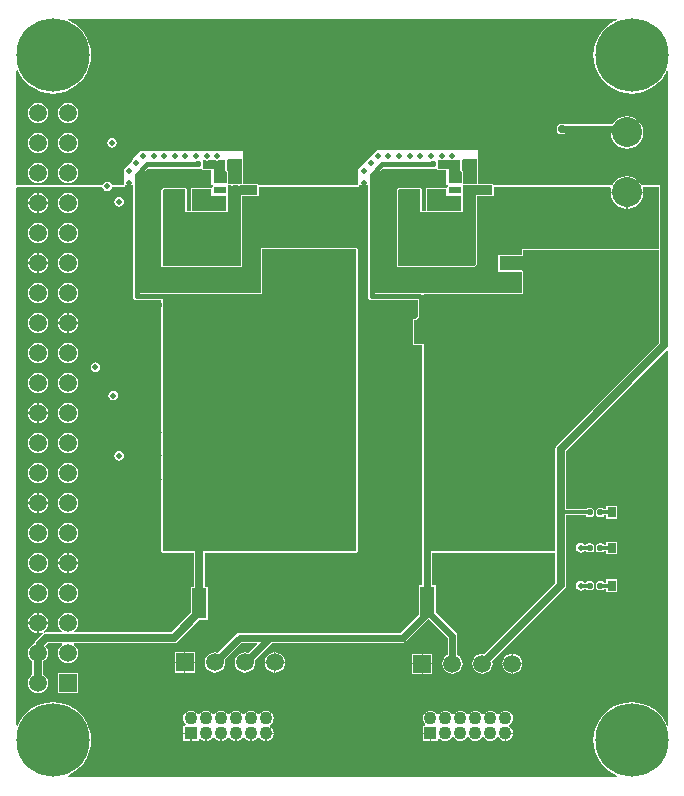
<source format=gtl>
G04*
G04 #@! TF.GenerationSoftware,Altium Limited,Altium Designer,20.0.9 (164)*
G04*
G04 Layer_Physical_Order=1*
G04 Layer_Color=255*
%FSLAX25Y25*%
%MOIN*%
G70*
G01*
G75*
%ADD15R,0.03937X0.02362*%
%ADD16R,0.09843X0.07480*%
%ADD17R,0.13780X0.07874*%
G04:AMPARAMS|DCode=18|XSize=25.2mil|YSize=23.62mil|CornerRadius=5.91mil|HoleSize=0mil|Usage=FLASHONLY|Rotation=90.000|XOffset=0mil|YOffset=0mil|HoleType=Round|Shape=RoundedRectangle|*
%AMROUNDEDRECTD18*
21,1,0.02520,0.01181,0,0,90.0*
21,1,0.01339,0.02362,0,0,90.0*
1,1,0.01181,0.00591,0.00669*
1,1,0.01181,0.00591,-0.00669*
1,1,0.01181,-0.00591,-0.00669*
1,1,0.01181,-0.00591,0.00669*
%
%ADD18ROUNDEDRECTD18*%
G04:AMPARAMS|DCode=19|XSize=20.47mil|YSize=22.05mil|CornerRadius=5.12mil|HoleSize=0mil|Usage=FLASHONLY|Rotation=180.000|XOffset=0mil|YOffset=0mil|HoleType=Round|Shape=RoundedRectangle|*
%AMROUNDEDRECTD19*
21,1,0.02047,0.01181,0,0,180.0*
21,1,0.01024,0.02205,0,0,180.0*
1,1,0.01024,-0.00512,0.00591*
1,1,0.01024,0.00512,0.00591*
1,1,0.01024,0.00512,-0.00591*
1,1,0.01024,-0.00512,-0.00591*
%
%ADD19ROUNDEDRECTD19*%
%ADD20R,0.02756X0.03347*%
%ADD21R,0.06693X0.04331*%
%ADD22R,0.04331X0.06693*%
%ADD23R,0.10433X0.04724*%
%ADD24R,0.04724X0.10433*%
%ADD44C,0.01181*%
%ADD45C,0.02756*%
%ADD46C,0.02362*%
%ADD47C,0.01968*%
%ADD48C,0.01575*%
%ADD49R,0.04331X0.04331*%
%ADD50C,0.04331*%
%ADD51C,0.10000*%
%ADD52C,0.05906*%
%ADD53R,0.05906X0.05906*%
%ADD54R,0.05906X0.05906*%
%ADD55C,0.01968*%
%ADD56C,0.03937*%
%ADD57C,0.24410*%
G36*
X430098Y466429D02*
X429254Y466079D01*
X427549Y465034D01*
X426028Y463736D01*
X424729Y462215D01*
X423684Y460510D01*
X422919Y458663D01*
X422452Y456718D01*
X422295Y454724D01*
X422452Y452731D01*
X422919Y450786D01*
X423684Y448939D01*
X424729Y447234D01*
X426028Y445713D01*
X427549Y444414D01*
X429254Y443369D01*
X431101Y442604D01*
X433046Y442137D01*
X435039Y441980D01*
X437033Y442137D01*
X438977Y442604D01*
X440825Y443369D01*
X442530Y444414D01*
X444051Y445713D01*
X445350Y447234D01*
X446394Y448939D01*
X446744Y449783D01*
X447244Y449684D01*
Y411417D01*
X438331D01*
X438181Y411778D01*
X437316Y412907D01*
X436188Y413772D01*
X434874Y414316D01*
X433465Y414502D01*
X432055Y414316D01*
X430741Y413772D01*
X429613Y412907D01*
X428748Y411778D01*
X428598Y411417D01*
X389016D01*
X388889Y411724D01*
X388583Y411850D01*
X383897D01*
Y420079D01*
X383858Y420174D01*
Y423228D01*
X350006Y423228D01*
X343707Y416929D01*
X343707Y411417D01*
X310669Y411417D01*
X310542Y411724D01*
X310236Y411850D01*
X305551D01*
Y412498D01*
X305639Y412942D01*
X305551Y413386D01*
Y418404D01*
X305639Y418848D01*
X305551Y419292D01*
Y420079D01*
X305512Y420174D01*
Y422835D01*
X271181Y422835D01*
X268797Y420084D01*
X268646Y419983D01*
X268433Y419663D01*
X266373Y417286D01*
X266284Y417227D01*
X266159Y417040D01*
X265748Y416566D01*
Y411417D01*
X261764D01*
X261720Y411638D01*
X261372Y412159D01*
X260851Y412507D01*
X260236Y412629D01*
X259622Y412507D01*
X259101Y412159D01*
X258753Y411638D01*
X258709Y411417D01*
X229921Y411417D01*
Y449684D01*
X230421Y449783D01*
X230771Y448939D01*
X231816Y447234D01*
X233115Y445713D01*
X234635Y444414D01*
X236340Y443369D01*
X238188Y442604D01*
X240132Y442137D01*
X242126Y441980D01*
X244120Y442137D01*
X246064Y442604D01*
X247912Y443369D01*
X249617Y444414D01*
X251137Y445713D01*
X252436Y447234D01*
X253481Y448939D01*
X254246Y450786D01*
X254713Y452731D01*
X254870Y454724D01*
X254713Y456718D01*
X254246Y458663D01*
X253481Y460510D01*
X252436Y462215D01*
X251137Y463736D01*
X249617Y465034D01*
X247912Y466079D01*
X247067Y466429D01*
X247167Y466929D01*
X429998D01*
X430098Y466429D01*
D02*
G37*
G36*
X377953Y416142D02*
X378316D01*
X378346Y415987D01*
Y413147D01*
X378316Y412992D01*
X378346Y412837D01*
Y412205D01*
X374016D01*
Y416929D01*
X371809D01*
X371654Y416960D01*
X371498Y416929D01*
X370472D01*
Y419685D01*
X371498D01*
X371654Y419654D01*
X371809Y419685D01*
X375042D01*
X375197Y419654D01*
X375352Y419685D01*
X377953D01*
Y416142D01*
D02*
G37*
G36*
X299606Y416142D02*
X299969D01*
X300000Y415987D01*
Y412205D01*
X295669D01*
Y416929D01*
X292126D01*
Y419685D01*
X292998D01*
X293404Y419604D01*
X293809Y419685D01*
X296542D01*
X296947Y419604D01*
X297353Y419685D01*
X299606D01*
Y416142D01*
D02*
G37*
G36*
X305118Y411850D02*
X304439D01*
X304398Y411833D01*
X304355Y411842D01*
X304034Y411778D01*
X303713Y411842D01*
X303669Y411833D01*
X303628Y411850D01*
X302077D01*
X302036Y411833D01*
X301992Y411842D01*
X301672Y411778D01*
X301351Y411842D01*
X301307Y411833D01*
X301266Y411850D01*
X300827D01*
X300433Y412205D01*
Y415987D01*
X300416Y416028D01*
X300425Y416071D01*
X300394Y416226D01*
X300324Y416331D01*
X300275Y416448D01*
X300234Y416465D01*
X300210Y416502D01*
X300086Y416526D01*
X300039Y416546D01*
Y419685D01*
X300417Y420079D01*
X305118D01*
Y411850D01*
D02*
G37*
G36*
X383465Y411850D02*
X382438D01*
X382398Y411833D01*
X382354Y411842D01*
X382283Y411828D01*
X382213Y411842D01*
X382169Y411833D01*
X382128Y411850D01*
X380076D01*
X380035Y411833D01*
X379992Y411842D01*
X379921Y411828D01*
X379851Y411842D01*
X379807Y411833D01*
X379766Y411850D01*
X379174D01*
X378779Y412205D01*
Y412837D01*
X378762Y412878D01*
X378771Y412921D01*
X378757Y412992D01*
X378771Y413063D01*
X378762Y413106D01*
X378779Y413147D01*
Y415987D01*
X378762Y416028D01*
X378771Y416071D01*
X378740Y416226D01*
X378670Y416331D01*
X378622Y416448D01*
X378581Y416465D01*
X378556Y416502D01*
X378432Y416526D01*
X378386Y416546D01*
Y419685D01*
X378764Y420079D01*
X383465D01*
Y411850D01*
D02*
G37*
G36*
X388583Y409604D02*
X388552Y409449D01*
X388583Y409294D01*
Y408268D01*
X383071D01*
Y401336D01*
X383040Y401181D01*
X383071Y401026D01*
Y397793D01*
X383040Y397638D01*
X383071Y397483D01*
Y394250D01*
X383040Y394094D01*
X383071Y393939D01*
Y390706D01*
X383040Y390551D01*
X383071Y390396D01*
Y387163D01*
X383040Y387008D01*
X383071Y386853D01*
Y385042D01*
X382677Y384677D01*
X382522Y384646D01*
X379289D01*
X379134Y384677D01*
X378979Y384646D01*
X375746D01*
X375591Y384677D01*
X375435Y384646D01*
X372202D01*
X372047Y384677D01*
X371892Y384646D01*
X368659D01*
X368504Y384677D01*
X368349Y384646D01*
X365116D01*
X364961Y384677D01*
X364806Y384646D01*
X361572D01*
X361417Y384677D01*
X361262Y384646D01*
X358029D01*
X357874Y384677D01*
X357719Y384646D01*
X357087D01*
Y409840D01*
X357480Y410205D01*
X357635Y410236D01*
X360869D01*
X361024Y410205D01*
X361179Y410236D01*
X364412D01*
X364567Y410205D01*
Y402362D01*
X378740D01*
Y411417D01*
X379766D01*
X379921Y411386D01*
X380076Y411417D01*
X382128D01*
X382283Y411386D01*
X382438Y411417D01*
X388583D01*
Y409604D01*
D02*
G37*
G36*
X310236Y409321D02*
X310205Y409166D01*
X310236Y409011D01*
Y408268D01*
X304724D01*
Y384646D01*
X278740D01*
Y409743D01*
X279231Y410156D01*
X279636Y410236D01*
X282368D01*
X282774Y410156D01*
X283179Y410236D01*
X285912D01*
X286221Y410175D01*
Y402362D01*
X300394D01*
Y411417D01*
X301266D01*
X301672Y411337D01*
X302077Y411417D01*
X303628D01*
X304034Y411337D01*
X304439Y411417D01*
X310236D01*
Y409321D01*
D02*
G37*
G36*
X294882Y407874D02*
X299961D01*
Y402795D01*
X288583D01*
Y410236D01*
X289455D01*
X289861Y410156D01*
X290266Y410236D01*
X293152D01*
X293307Y410205D01*
X293462Y410236D01*
X294882D01*
Y407874D01*
D02*
G37*
G36*
X373228Y407874D02*
X378307D01*
Y402795D01*
X366929D01*
Y410236D01*
X367955D01*
X368110Y410205D01*
X368265Y410236D01*
X371498D01*
X371654Y410205D01*
X371809Y410236D01*
X373228D01*
Y407874D01*
D02*
G37*
G36*
X370166Y416623D02*
X370472Y416496D01*
X371498D01*
X371539Y416513D01*
X371583Y416504D01*
X371654Y416518D01*
X371724Y416504D01*
X371768Y416513D01*
X371809Y416496D01*
X373228D01*
Y411417D01*
X373813D01*
Y410918D01*
X373313Y410634D01*
X373228Y410669D01*
X371809D01*
X371768Y410652D01*
X371724Y410661D01*
X371654Y410647D01*
X371583Y410661D01*
X371539Y410652D01*
X371498Y410669D01*
X368265D01*
X368224Y410652D01*
X368181Y410661D01*
X368110Y410647D01*
X368040Y410661D01*
X367996Y410652D01*
X367955Y410669D01*
X366929D01*
X366834Y410630D01*
X366834Y410630D01*
X366623Y410542D01*
X366496Y410236D01*
Y402795D01*
X365000D01*
Y410205D01*
X364952Y410322D01*
X364927Y410446D01*
X364890Y410470D01*
X364873Y410511D01*
X364756Y410560D01*
X364651Y410630D01*
X364496Y410661D01*
X364453Y410652D01*
X364412Y410669D01*
X361179D01*
X361138Y410652D01*
X361094Y410661D01*
X361024Y410647D01*
X360953Y410661D01*
X360910Y410652D01*
X360869Y410669D01*
X357635D01*
X357594Y410652D01*
X357551Y410661D01*
X357396Y410630D01*
X357297Y410564D01*
X357186Y410523D01*
X356857Y410218D01*
X356792Y410157D01*
X356788Y410149D01*
X356781Y410146D01*
X356720Y410000D01*
X356654Y409856D01*
X356657Y409848D01*
X356654Y409840D01*
Y409840D01*
Y390551D01*
Y384646D01*
X356781Y384339D01*
X357087Y384213D01*
X357719D01*
X357760Y384230D01*
X357803Y384221D01*
X357874Y384235D01*
X357945Y384221D01*
X357988Y384230D01*
X358029Y384213D01*
X361262D01*
X361303Y384230D01*
X361347Y384221D01*
X361417Y384235D01*
X361488Y384221D01*
X361531Y384230D01*
X361572Y384213D01*
X364806D01*
X364846Y384230D01*
X364890Y384221D01*
X364961Y384235D01*
X365031Y384221D01*
X365075Y384230D01*
X365116Y384213D01*
X368349D01*
X368390Y384230D01*
X368433Y384221D01*
X368504Y384235D01*
X368575Y384221D01*
X368618Y384230D01*
X368659Y384213D01*
X371892D01*
X371933Y384230D01*
X371977Y384221D01*
X372047Y384235D01*
X372118Y384221D01*
X372161Y384230D01*
X372202Y384213D01*
X375435D01*
X375476Y384230D01*
X375520Y384221D01*
X375591Y384235D01*
X375661Y384221D01*
X375705Y384230D01*
X375746Y384213D01*
X378979D01*
X379020Y384230D01*
X379063Y384221D01*
X379134Y384235D01*
X379205Y384221D01*
X379248Y384230D01*
X379289Y384213D01*
X382522D01*
X382563Y384230D01*
X382607Y384221D01*
X382762Y384252D01*
X382860Y384318D01*
X382972Y384359D01*
X383365Y384724D01*
X383369Y384732D01*
X383377Y384736D01*
X383438Y384882D01*
X383504Y385026D01*
X383501Y385034D01*
X383504Y385042D01*
Y386853D01*
X383487Y386894D01*
X383495Y386937D01*
X383482Y387008D01*
X383495Y387078D01*
X383487Y387122D01*
X383504Y387163D01*
Y390396D01*
X383487Y390437D01*
X383495Y390481D01*
X383482Y390551D01*
X383495Y390622D01*
X383487Y390665D01*
X383504Y390706D01*
Y393939D01*
X383487Y393980D01*
X383495Y394024D01*
X383482Y394094D01*
X383495Y394165D01*
X383487Y394209D01*
X383504Y394250D01*
Y397483D01*
X383487Y397524D01*
X383495Y397567D01*
X383482Y397638D01*
X383495Y397708D01*
X383487Y397752D01*
X383504Y397793D01*
Y401026D01*
X383487Y401067D01*
X383495Y401111D01*
X383482Y401181D01*
X383495Y401252D01*
X383487Y401295D01*
X383504Y401336D01*
Y407835D01*
X388583D01*
X388889Y407962D01*
X389016Y408268D01*
Y409294D01*
X388999Y409335D01*
X389007Y409378D01*
X388993Y409449D01*
X389007Y409519D01*
X388999Y409563D01*
X389016Y409604D01*
Y410630D01*
Y410984D01*
X427969D01*
X428247Y410569D01*
X428204Y410465D01*
X428044Y409255D01*
X433465D01*
X438885D01*
X438726Y410465D01*
X438683Y410569D01*
X438960Y410984D01*
X444071D01*
Y410630D01*
Y390551D01*
Y390197D01*
X398858Y390197D01*
X398552Y390070D01*
X398425Y389764D01*
Y388195D01*
X390446D01*
Y382671D01*
X398425D01*
Y375590D01*
X365748D01*
X365442Y375464D01*
X365425Y375423D01*
X364855D01*
X364698Y375528D01*
X364235Y375620D01*
X364235Y375620D01*
X349636D01*
Y390551D01*
Y410236D01*
Y414459D01*
X351909Y416732D01*
X370121D01*
X370166Y416623D01*
D02*
G37*
G36*
X343307Y289370D02*
X278740D01*
Y297483D01*
X278771Y297638D01*
X278740Y297793D01*
Y305357D01*
X278771Y305512D01*
X278740Y305667D01*
Y313231D01*
X278771Y313386D01*
X278740Y313541D01*
Y321105D01*
X278771Y321260D01*
X278740Y321415D01*
Y328979D01*
X278771Y329134D01*
X278740Y329289D01*
Y352601D01*
X278771Y352756D01*
X278740Y352911D01*
Y360475D01*
X278771Y360630D01*
X278740Y360785D01*
Y370981D01*
X278746Y370989D01*
X278868Y371604D01*
X278746Y372218D01*
X278740Y372226D01*
Y375187D01*
X285846D01*
X285953Y375166D01*
X285996Y375175D01*
X286037Y375158D01*
X311417D01*
X311723Y375284D01*
X311850Y375590D01*
Y379428D01*
X311939Y379872D01*
X311850Y380315D01*
Y382971D01*
X311939Y383415D01*
X311850Y383859D01*
Y386514D01*
X311939Y386958D01*
X311850Y387402D01*
Y390057D01*
X311862Y390118D01*
X343307D01*
X343307Y289370D01*
D02*
G37*
G36*
X444071Y389764D02*
Y358840D01*
X410136Y324904D01*
X409742Y324316D01*
X409605Y323622D01*
Y302756D01*
Y289370D01*
X365748Y289370D01*
X365748Y365921D01*
X362791D01*
X365291Y368421D01*
X365748D01*
Y375158D01*
X398425D01*
X398731Y375284D01*
X398858Y375590D01*
Y382671D01*
X398731Y382977D01*
X398425Y383104D01*
X398425D01*
Y387762D01*
X398425D01*
X398731Y387889D01*
X398858Y388195D01*
Y389764D01*
X444071Y389764D01*
D02*
G37*
G36*
X291820Y416623D02*
X292126Y416496D01*
X294882D01*
Y411417D01*
X295466D01*
Y410918D01*
X294966Y410634D01*
X294882Y410669D01*
X293462D01*
X293421Y410652D01*
X293378Y410661D01*
X293307Y410647D01*
X293236Y410661D01*
X293193Y410652D01*
X293152Y410669D01*
X290266D01*
X290225Y410652D01*
X290181Y410661D01*
X290026Y410630D01*
X289861Y410597D01*
X289695Y410630D01*
X289540Y410661D01*
X289496Y410652D01*
X289455Y410669D01*
X288583D01*
X288542Y410652D01*
X288488Y410630D01*
X288277Y410542D01*
X288150Y410236D01*
Y402795D01*
X286653D01*
Y410175D01*
X286605Y410291D01*
X286580Y410415D01*
X286544Y410440D01*
X286527Y410481D01*
X286410Y410529D01*
X286305Y410600D01*
X285996Y410661D01*
X285953Y410652D01*
X285912Y410669D01*
X283179D01*
X283138Y410652D01*
X283095Y410661D01*
X282939Y410630D01*
X282774Y410597D01*
X282609Y410630D01*
X282453Y410661D01*
X282410Y410652D01*
X282368Y410669D01*
X279636D01*
X279595Y410652D01*
X279552Y410661D01*
X279146Y410580D01*
X279056Y410520D01*
X278952Y410487D01*
X278740Y410309D01*
X278462Y410075D01*
X278452Y410057D01*
X278434Y410049D01*
X278377Y409912D01*
X278309Y409781D01*
X278315Y409762D01*
X278307Y409743D01*
Y384646D01*
X278434Y384339D01*
X278740Y384213D01*
X304724D01*
X305030Y384339D01*
X305157Y384646D01*
Y407835D01*
X310236D01*
X310542Y407962D01*
X310669Y408268D01*
Y409011D01*
X310652Y409052D01*
X310661Y409096D01*
X310647Y409166D01*
X310661Y409237D01*
X310652Y409280D01*
X310669Y409321D01*
Y410236D01*
Y410984D01*
X343707Y410984D01*
X344013Y411111D01*
X344140Y411417D01*
Y411417D01*
X347215D01*
Y410236D01*
Y390551D01*
Y374409D01*
X347307Y373946D01*
X347569Y373553D01*
X347962Y373291D01*
X348425Y373199D01*
X363812D01*
X363968Y373094D01*
X363970Y373094D01*
Y367712D01*
X363016Y366758D01*
X362002D01*
Y358084D01*
X365315D01*
X365315Y289370D01*
X365317Y289365D01*
Y278058D01*
X364167D01*
Y268415D01*
X357994Y262242D01*
X304331D01*
X303714Y262119D01*
X303191Y261770D01*
X297017Y255596D01*
X296938Y255629D01*
X296063Y255744D01*
X295188Y255629D01*
X294372Y255291D01*
X293672Y254753D01*
X293134Y254053D01*
X292796Y253237D01*
X292681Y252362D01*
X292796Y251487D01*
X293134Y250671D01*
X293672Y249971D01*
X294372Y249434D01*
X295188Y249096D01*
X296063Y248980D01*
X296938Y249096D01*
X297754Y249434D01*
X298454Y249971D01*
X298992Y250671D01*
X299329Y251487D01*
X299445Y252362D01*
X299329Y253237D01*
X299297Y253316D01*
X304998Y259018D01*
X310022D01*
X310213Y258556D01*
X307184Y255527D01*
X306938Y255629D01*
X306063Y255744D01*
X305188Y255629D01*
X304372Y255291D01*
X303672Y254753D01*
X303134Y254053D01*
X302797Y253237D01*
X302681Y252362D01*
X302797Y251487D01*
X303134Y250671D01*
X303672Y249971D01*
X304372Y249434D01*
X305188Y249096D01*
X306063Y248980D01*
X306938Y249096D01*
X307754Y249434D01*
X308454Y249971D01*
X308992Y250671D01*
X309329Y251487D01*
X309445Y252362D01*
X309344Y253127D01*
X315235Y259018D01*
X358661D01*
X359278Y259140D01*
X359801Y259490D01*
X367136Y266824D01*
X367411D01*
X373663Y260572D01*
Y254930D01*
X373585Y254897D01*
X372884Y254360D01*
X372347Y253659D01*
X372009Y252844D01*
X371894Y251969D01*
X372009Y251093D01*
X372347Y250278D01*
X372884Y249577D01*
X373585Y249040D01*
X374400Y248702D01*
X375276Y248587D01*
X376151Y248702D01*
X376966Y249040D01*
X377667Y249577D01*
X378204Y250278D01*
X378542Y251093D01*
X378657Y251969D01*
X378542Y252844D01*
X378204Y253659D01*
X377667Y254360D01*
X376966Y254897D01*
X376888Y254930D01*
Y261240D01*
X376765Y261857D01*
X376415Y262380D01*
X369691Y269104D01*
Y278058D01*
X368541D01*
Y288937D01*
X409605Y288937D01*
Y278861D01*
X385999Y255255D01*
X385276Y255350D01*
X384400Y255235D01*
X383585Y254897D01*
X382884Y254360D01*
X382347Y253659D01*
X382009Y252844D01*
X381894Y251969D01*
X382009Y251093D01*
X382347Y250278D01*
X382884Y249577D01*
X383585Y249040D01*
X384400Y248702D01*
X385276Y248587D01*
X386151Y248702D01*
X386966Y249040D01*
X387667Y249577D01*
X388204Y250278D01*
X388542Y251093D01*
X388657Y251969D01*
X388562Y252691D01*
X412699Y276828D01*
X413092Y277416D01*
X413230Y278110D01*
Y301352D01*
X419774D01*
X419933Y301114D01*
X420235Y300913D01*
X420591Y300842D01*
X421614D01*
X421970Y300913D01*
X422272Y301114D01*
X422473Y301416D01*
X422544Y301772D01*
Y302953D01*
X422473Y303309D01*
X422272Y303610D01*
X421970Y303812D01*
X421614Y303882D01*
X420591D01*
X420235Y303812D01*
X419933Y303610D01*
X419774Y303372D01*
X413230D01*
Y322871D01*
X446744Y356385D01*
X447244Y356178D01*
Y231419D01*
X446744Y231319D01*
X446394Y232164D01*
X445350Y233869D01*
X444051Y235389D01*
X442530Y236688D01*
X440825Y237733D01*
X438977Y238498D01*
X437033Y238965D01*
X435039Y239122D01*
X433046Y238965D01*
X431101Y238498D01*
X429254Y237733D01*
X427549Y236688D01*
X426028Y235389D01*
X424729Y233869D01*
X423684Y232164D01*
X422919Y230316D01*
X422452Y228372D01*
X422295Y226378D01*
X422452Y224384D01*
X422919Y222440D01*
X423684Y220592D01*
X424729Y218887D01*
X426028Y217367D01*
X427549Y216068D01*
X429254Y215023D01*
X430098Y214673D01*
X429998Y214173D01*
X247167D01*
X247067Y214673D01*
X247912Y215023D01*
X249617Y216068D01*
X251137Y217367D01*
X252436Y218887D01*
X253481Y220592D01*
X254246Y222440D01*
X254713Y224384D01*
X254870Y226378D01*
X254713Y228372D01*
X254246Y230316D01*
X253481Y232164D01*
X252436Y233869D01*
X251137Y235389D01*
X249617Y236688D01*
X247912Y237733D01*
X246064Y238498D01*
X244120Y238965D01*
X242126Y239122D01*
X240132Y238965D01*
X238188Y238498D01*
X236340Y237733D01*
X234635Y236688D01*
X233115Y235389D01*
X231816Y233869D01*
X230771Y232164D01*
X230421Y231319D01*
X229921Y231419D01*
Y410484D01*
X230421Y410984D01*
X258638Y410984D01*
X258753Y410409D01*
X259101Y409888D01*
X259622Y409540D01*
X260236Y409418D01*
X260851Y409540D01*
X261372Y409888D01*
X261720Y410409D01*
X261834Y410984D01*
X265748D01*
X266054Y411111D01*
X266181Y411417D01*
X268868D01*
Y374410D01*
X268960Y373946D01*
X269223Y373553D01*
X269615Y373291D01*
X270079Y373199D01*
X278307D01*
Y372226D01*
X278329Y372174D01*
X278321Y372134D01*
X278426Y371604D01*
X278321Y371074D01*
X278329Y371034D01*
X278307Y370981D01*
Y360785D01*
X278324Y360744D01*
X278315Y360701D01*
X278330Y360630D01*
X278315Y360559D01*
X278324Y360516D01*
X278307Y360475D01*
Y352911D01*
X278324Y352870D01*
X278315Y352826D01*
X278330Y352756D01*
X278315Y352685D01*
X278324Y352642D01*
X278307Y352601D01*
Y329289D01*
X278324Y329248D01*
X278315Y329205D01*
X278330Y329134D01*
X278315Y329063D01*
X278324Y329020D01*
X278307Y328979D01*
Y321415D01*
X278324Y321374D01*
X278315Y321330D01*
X278330Y321260D01*
X278315Y321189D01*
X278324Y321146D01*
X278307Y321105D01*
Y313541D01*
X278324Y313500D01*
X278315Y313457D01*
X278330Y313386D01*
X278315Y313315D01*
X278324Y313272D01*
X278307Y313231D01*
Y305667D01*
X278324Y305626D01*
X278315Y305582D01*
X278330Y305512D01*
X278315Y305441D01*
X278324Y305398D01*
X278307Y305357D01*
Y297793D01*
X278324Y297752D01*
X278315Y297708D01*
X278330Y297638D01*
X278315Y297567D01*
X278324Y297524D01*
X278307Y297483D01*
Y289370D01*
X278434Y289064D01*
X278740Y288937D01*
X289132D01*
Y277664D01*
X288183D01*
Y268994D01*
X281631Y262443D01*
X249404D01*
X249234Y262943D01*
X249517Y263160D01*
X250055Y263860D01*
X250392Y264676D01*
X250508Y265551D01*
X250392Y266426D01*
X250055Y267242D01*
X249517Y267942D01*
X248817Y268480D01*
X248001Y268818D01*
X247126Y268933D01*
X246251Y268818D01*
X245435Y268480D01*
X244735Y267942D01*
X244197Y267242D01*
X243860Y266426D01*
X243744Y265551D01*
X243860Y264676D01*
X244197Y263860D01*
X244735Y263160D01*
X245018Y262943D01*
X244848Y262443D01*
X239786D01*
X239270Y262340D01*
X239058Y262808D01*
X239517Y263160D01*
X240055Y263860D01*
X240392Y264676D01*
X240481Y265351D01*
X237326D01*
Y262196D01*
X238001Y262285D01*
X238426Y262461D01*
X238663Y262017D01*
X238504Y261912D01*
X236447Y259854D01*
X236054Y259266D01*
X235939Y258688D01*
X235435Y258480D01*
X234735Y257942D01*
X234197Y257242D01*
X233859Y256426D01*
X233744Y255551D01*
X233859Y254676D01*
X234197Y253860D01*
X234735Y253160D01*
X235313Y252716D01*
Y248386D01*
X234735Y247942D01*
X234197Y247242D01*
X233859Y246426D01*
X233744Y245551D01*
X233859Y244676D01*
X234197Y243860D01*
X234735Y243160D01*
X235435Y242623D01*
X236251Y242285D01*
X237126Y242169D01*
X238001Y242285D01*
X238817Y242623D01*
X239517Y243160D01*
X240055Y243860D01*
X240392Y244676D01*
X240508Y245551D01*
X240392Y246426D01*
X240055Y247242D01*
X239517Y247942D01*
X238939Y248386D01*
Y252716D01*
X239517Y253160D01*
X240055Y253860D01*
X240392Y254676D01*
X240508Y255551D01*
X240392Y256426D01*
X240055Y257242D01*
X239580Y257860D01*
X240537Y258817D01*
X245053D01*
X245223Y258317D01*
X244735Y257942D01*
X244197Y257242D01*
X243860Y256426D01*
X243744Y255551D01*
X243860Y254676D01*
X244197Y253860D01*
X244735Y253160D01*
X245435Y252623D01*
X246251Y252285D01*
X247126Y252169D01*
X248001Y252285D01*
X248817Y252623D01*
X249517Y253160D01*
X250055Y253860D01*
X250392Y254676D01*
X250508Y255551D01*
X250392Y256426D01*
X250055Y257242D01*
X249517Y257942D01*
X249029Y258317D01*
X249199Y258817D01*
X282382D01*
X283076Y258955D01*
X283664Y259348D01*
X290746Y266431D01*
X293707D01*
Y277664D01*
X292758D01*
Y288937D01*
X343307D01*
X343613Y289064D01*
X343740Y289370D01*
X343740Y390118D01*
X343613Y390424D01*
X343307Y390551D01*
X311862D01*
X311746Y390503D01*
X311622Y390478D01*
X311622Y390478D01*
X311597Y390441D01*
X311556Y390424D01*
X311508Y390308D01*
X311438Y390203D01*
X311426Y390142D01*
X311426Y390142D01*
X311430Y390120D01*
X311429Y390118D01*
X311431Y390114D01*
X311434Y390098D01*
X311417Y390057D01*
Y387402D01*
X311434Y387361D01*
X311426Y387318D01*
X311497Y386958D01*
X311426Y386599D01*
X311434Y386555D01*
X311417Y386514D01*
Y383859D01*
X311434Y383818D01*
X311426Y383774D01*
X311497Y383415D01*
X311426Y383055D01*
X311434Y383012D01*
X311417Y382971D01*
Y380315D01*
X311434Y380275D01*
X311426Y380231D01*
X311497Y379872D01*
X311426Y379512D01*
X311434Y379468D01*
X311417Y379428D01*
Y375590D01*
X286037D01*
X285889Y375620D01*
X285889Y375620D01*
X271289D01*
Y414459D01*
X273563Y416732D01*
X291775D01*
X291820Y416623D01*
D02*
G37*
%LPC*%
G36*
X247126Y438933D02*
X246251Y438818D01*
X245435Y438480D01*
X244735Y437942D01*
X244197Y437242D01*
X243860Y436426D01*
X243744Y435551D01*
X243860Y434676D01*
X244197Y433860D01*
X244735Y433160D01*
X245435Y432623D01*
X246251Y432285D01*
X247126Y432169D01*
X248001Y432285D01*
X248817Y432623D01*
X249517Y433160D01*
X250055Y433860D01*
X250392Y434676D01*
X250508Y435551D01*
X250392Y436426D01*
X250055Y437242D01*
X249517Y437942D01*
X248817Y438480D01*
X248001Y438818D01*
X247126Y438933D01*
D02*
G37*
G36*
X237126D02*
X236251Y438818D01*
X235435Y438480D01*
X234735Y437942D01*
X234197Y437242D01*
X233859Y436426D01*
X233744Y435551D01*
X233859Y434676D01*
X234197Y433860D01*
X234735Y433160D01*
X235435Y432623D01*
X236251Y432285D01*
X237126Y432169D01*
X238001Y432285D01*
X238817Y432623D01*
X239517Y433160D01*
X240055Y433860D01*
X240392Y434676D01*
X240508Y435551D01*
X240392Y436426D01*
X240055Y437242D01*
X239517Y437942D01*
X238817Y438480D01*
X238001Y438818D01*
X237126Y438933D01*
D02*
G37*
G36*
X433465Y434502D02*
X432055Y434316D01*
X430741Y433772D01*
X429613Y432906D01*
X428862Y431927D01*
X411811D01*
X411772Y431919D01*
X411732Y431927D01*
X411674Y431916D01*
X411221D01*
X410834Y431839D01*
X410506Y431620D01*
X410287Y431292D01*
X410211Y430905D01*
Y430769D01*
X410120Y430315D01*
X410211Y429861D01*
Y429567D01*
X410287Y429180D01*
X410506Y428853D01*
X410834Y428634D01*
X411221Y428557D01*
X412402D01*
X412788Y428634D01*
X412891Y428703D01*
X428064D01*
X428204Y427645D01*
X428748Y426332D01*
X429613Y425204D01*
X430741Y424338D01*
X432055Y423794D01*
X433465Y423608D01*
X434874Y423794D01*
X436188Y424338D01*
X437316Y425204D01*
X438181Y426332D01*
X438726Y427645D01*
X438911Y429055D01*
X438726Y430465D01*
X438181Y431778D01*
X437316Y432906D01*
X436188Y433772D01*
X434874Y434316D01*
X433465Y434502D01*
D02*
G37*
G36*
X261811Y427196D02*
X261197Y427074D01*
X260676Y426726D01*
X260328Y426205D01*
X260205Y425591D01*
X260328Y424976D01*
X260676Y424455D01*
X261197Y424107D01*
X261811Y423985D01*
X262425Y424107D01*
X262946Y424455D01*
X263295Y424976D01*
X263417Y425591D01*
X263295Y426205D01*
X262946Y426726D01*
X262425Y427074D01*
X261811Y427196D01*
D02*
G37*
G36*
X247126Y428933D02*
X246251Y428818D01*
X245435Y428480D01*
X244735Y427942D01*
X244197Y427242D01*
X243860Y426426D01*
X243744Y425551D01*
X243860Y424676D01*
X244197Y423860D01*
X244735Y423160D01*
X245435Y422623D01*
X246251Y422285D01*
X247126Y422169D01*
X248001Y422285D01*
X248817Y422623D01*
X249517Y423160D01*
X250055Y423860D01*
X250392Y424676D01*
X250508Y425551D01*
X250392Y426426D01*
X250055Y427242D01*
X249517Y427942D01*
X248817Y428480D01*
X248001Y428818D01*
X247126Y428933D01*
D02*
G37*
G36*
X237126D02*
X236251Y428818D01*
X235435Y428480D01*
X234735Y427942D01*
X234197Y427242D01*
X233859Y426426D01*
X233744Y425551D01*
X233859Y424676D01*
X234197Y423860D01*
X234735Y423160D01*
X235435Y422623D01*
X236251Y422285D01*
X237126Y422169D01*
X238001Y422285D01*
X238817Y422623D01*
X239517Y423160D01*
X240055Y423860D01*
X240392Y424676D01*
X240508Y425551D01*
X240392Y426426D01*
X240055Y427242D01*
X239517Y427942D01*
X238817Y428480D01*
X238001Y428818D01*
X237126Y428933D01*
D02*
G37*
G36*
X247126Y418933D02*
X246251Y418818D01*
X245435Y418480D01*
X244735Y417942D01*
X244197Y417242D01*
X243860Y416426D01*
X243744Y415551D01*
X243860Y414676D01*
X244197Y413860D01*
X244735Y413160D01*
X245435Y412623D01*
X246251Y412285D01*
X247126Y412170D01*
X248001Y412285D01*
X248817Y412623D01*
X249517Y413160D01*
X250055Y413860D01*
X250392Y414676D01*
X250508Y415551D01*
X250392Y416426D01*
X250055Y417242D01*
X249517Y417942D01*
X248817Y418480D01*
X248001Y418818D01*
X247126Y418933D01*
D02*
G37*
G36*
X237126D02*
X236251Y418818D01*
X235435Y418480D01*
X234735Y417942D01*
X234197Y417242D01*
X233859Y416426D01*
X233744Y415551D01*
X233859Y414676D01*
X234197Y413860D01*
X234735Y413160D01*
X235435Y412623D01*
X236251Y412285D01*
X237126Y412170D01*
X238001Y412285D01*
X238817Y412623D01*
X239517Y413160D01*
X240055Y413860D01*
X240392Y414676D01*
X240508Y415551D01*
X240392Y416426D01*
X240055Y417242D01*
X239517Y417942D01*
X238817Y418480D01*
X238001Y418818D01*
X237126Y418933D01*
D02*
G37*
G36*
X433265Y408855D02*
X428044D01*
X428204Y407645D01*
X428748Y406332D01*
X429613Y405204D01*
X430741Y404338D01*
X432055Y403794D01*
X433265Y403635D01*
Y408855D01*
D02*
G37*
G36*
X438885D02*
X433665D01*
Y403635D01*
X434874Y403794D01*
X436188Y404338D01*
X437316Y405204D01*
X438181Y406332D01*
X438726Y407645D01*
X438885Y408855D01*
D02*
G37*
G36*
X237326Y408907D02*
Y405751D01*
X240481D01*
X240392Y406426D01*
X240055Y407242D01*
X239517Y407942D01*
X238817Y408480D01*
X238001Y408818D01*
X237326Y408907D01*
D02*
G37*
G36*
X236926D02*
X236251Y408818D01*
X235435Y408480D01*
X234735Y407942D01*
X234197Y407242D01*
X233859Y406426D01*
X233771Y405751D01*
X236926D01*
Y408907D01*
D02*
G37*
G36*
X264173Y407511D02*
X263559Y407389D01*
X263038Y407041D01*
X262690Y406520D01*
X262568Y405905D01*
X262690Y405291D01*
X263038Y404770D01*
X263559Y404422D01*
X264173Y404300D01*
X264788Y404422D01*
X265309Y404770D01*
X265657Y405291D01*
X265779Y405905D01*
X265657Y406520D01*
X265309Y407041D01*
X264788Y407389D01*
X264173Y407511D01*
D02*
G37*
G36*
X240481Y405351D02*
X237326D01*
Y402196D01*
X238001Y402285D01*
X238817Y402623D01*
X239517Y403160D01*
X240055Y403860D01*
X240392Y404676D01*
X240481Y405351D01*
D02*
G37*
G36*
X236926D02*
X233771D01*
X233859Y404676D01*
X234197Y403860D01*
X234735Y403160D01*
X235435Y402623D01*
X236251Y402285D01*
X236926Y402196D01*
Y405351D01*
D02*
G37*
G36*
X247126Y408933D02*
X246251Y408818D01*
X245435Y408480D01*
X244735Y407942D01*
X244197Y407242D01*
X243860Y406426D01*
X243744Y405551D01*
X243860Y404676D01*
X244197Y403860D01*
X244735Y403160D01*
X245435Y402623D01*
X246251Y402285D01*
X247126Y402170D01*
X248001Y402285D01*
X248817Y402623D01*
X249517Y403160D01*
X250055Y403860D01*
X250392Y404676D01*
X250508Y405551D01*
X250392Y406426D01*
X250055Y407242D01*
X249517Y407942D01*
X248817Y408480D01*
X248001Y408818D01*
X247126Y408933D01*
D02*
G37*
G36*
Y398933D02*
X246251Y398818D01*
X245435Y398480D01*
X244735Y397942D01*
X244197Y397242D01*
X243860Y396426D01*
X243744Y395551D01*
X243860Y394676D01*
X244197Y393860D01*
X244735Y393160D01*
X245435Y392623D01*
X246251Y392285D01*
X247126Y392169D01*
X248001Y392285D01*
X248817Y392623D01*
X249517Y393160D01*
X250055Y393860D01*
X250392Y394676D01*
X250508Y395551D01*
X250392Y396426D01*
X250055Y397242D01*
X249517Y397942D01*
X248817Y398480D01*
X248001Y398818D01*
X247126Y398933D01*
D02*
G37*
G36*
X237126D02*
X236251Y398818D01*
X235435Y398480D01*
X234735Y397942D01*
X234197Y397242D01*
X233859Y396426D01*
X233744Y395551D01*
X233859Y394676D01*
X234197Y393860D01*
X234735Y393160D01*
X235435Y392623D01*
X236251Y392285D01*
X237126Y392169D01*
X238001Y392285D01*
X238817Y392623D01*
X239517Y393160D01*
X240055Y393860D01*
X240392Y394676D01*
X240508Y395551D01*
X240392Y396426D01*
X240055Y397242D01*
X239517Y397942D01*
X238817Y398480D01*
X238001Y398818D01*
X237126Y398933D01*
D02*
G37*
G36*
X237326Y388907D02*
Y385751D01*
X240481D01*
X240392Y386426D01*
X240055Y387242D01*
X239517Y387942D01*
X238817Y388480D01*
X238001Y388818D01*
X237326Y388907D01*
D02*
G37*
G36*
X236926D02*
X236251Y388818D01*
X235435Y388480D01*
X234735Y387942D01*
X234197Y387242D01*
X233859Y386426D01*
X233771Y385751D01*
X236926D01*
Y388907D01*
D02*
G37*
G36*
X240481Y385351D02*
X237326D01*
Y382196D01*
X238001Y382285D01*
X238817Y382623D01*
X239517Y383160D01*
X240055Y383860D01*
X240392Y384676D01*
X240481Y385351D01*
D02*
G37*
G36*
X236926D02*
X233771D01*
X233859Y384676D01*
X234197Y383860D01*
X234735Y383160D01*
X235435Y382623D01*
X236251Y382285D01*
X236926Y382196D01*
Y385351D01*
D02*
G37*
G36*
X247126Y388933D02*
X246251Y388818D01*
X245435Y388480D01*
X244735Y387942D01*
X244197Y387242D01*
X243860Y386426D01*
X243744Y385551D01*
X243860Y384676D01*
X244197Y383860D01*
X244735Y383160D01*
X245435Y382623D01*
X246251Y382285D01*
X247126Y382170D01*
X248001Y382285D01*
X248817Y382623D01*
X249517Y383160D01*
X250055Y383860D01*
X250392Y384676D01*
X250508Y385551D01*
X250392Y386426D01*
X250055Y387242D01*
X249517Y387942D01*
X248817Y388480D01*
X248001Y388818D01*
X247126Y388933D01*
D02*
G37*
G36*
Y378933D02*
X246251Y378818D01*
X245435Y378480D01*
X244735Y377942D01*
X244197Y377242D01*
X243860Y376426D01*
X243744Y375551D01*
X243860Y374676D01*
X244197Y373860D01*
X244735Y373160D01*
X245435Y372623D01*
X246251Y372285D01*
X247126Y372169D01*
X248001Y372285D01*
X248817Y372623D01*
X249517Y373160D01*
X250055Y373860D01*
X250392Y374676D01*
X250508Y375551D01*
X250392Y376426D01*
X250055Y377242D01*
X249517Y377942D01*
X248817Y378480D01*
X248001Y378818D01*
X247126Y378933D01*
D02*
G37*
G36*
X237126D02*
X236251Y378818D01*
X235435Y378480D01*
X234735Y377942D01*
X234197Y377242D01*
X233859Y376426D01*
X233744Y375551D01*
X233859Y374676D01*
X234197Y373860D01*
X234735Y373160D01*
X235435Y372623D01*
X236251Y372285D01*
X237126Y372169D01*
X238001Y372285D01*
X238817Y372623D01*
X239517Y373160D01*
X240055Y373860D01*
X240392Y374676D01*
X240508Y375551D01*
X240392Y376426D01*
X240055Y377242D01*
X239517Y377942D01*
X238817Y378480D01*
X238001Y378818D01*
X237126Y378933D01*
D02*
G37*
G36*
X247326Y368906D02*
Y365751D01*
X250481D01*
X250392Y366426D01*
X250055Y367242D01*
X249517Y367942D01*
X248817Y368480D01*
X248001Y368818D01*
X247326Y368906D01*
D02*
G37*
G36*
X246926D02*
X246251Y368818D01*
X245435Y368480D01*
X244735Y367942D01*
X244197Y367242D01*
X243860Y366426D01*
X243771Y365751D01*
X246926D01*
Y368906D01*
D02*
G37*
G36*
X250481Y365351D02*
X247326D01*
Y362196D01*
X248001Y362285D01*
X248817Y362623D01*
X249517Y363160D01*
X250055Y363860D01*
X250392Y364676D01*
X250481Y365351D01*
D02*
G37*
G36*
X246926D02*
X243771D01*
X243860Y364676D01*
X244197Y363860D01*
X244735Y363160D01*
X245435Y362623D01*
X246251Y362285D01*
X246926Y362196D01*
Y365351D01*
D02*
G37*
G36*
X237126Y368933D02*
X236251Y368818D01*
X235435Y368480D01*
X234735Y367942D01*
X234197Y367242D01*
X233859Y366426D01*
X233744Y365551D01*
X233859Y364676D01*
X234197Y363860D01*
X234735Y363160D01*
X235435Y362623D01*
X236251Y362285D01*
X237126Y362170D01*
X238001Y362285D01*
X238817Y362623D01*
X239517Y363160D01*
X240055Y363860D01*
X240392Y364676D01*
X240508Y365551D01*
X240392Y366426D01*
X240055Y367242D01*
X239517Y367942D01*
X238817Y368480D01*
X238001Y368818D01*
X237126Y368933D01*
D02*
G37*
G36*
X247126Y358933D02*
X246251Y358818D01*
X245435Y358480D01*
X244735Y357942D01*
X244197Y357242D01*
X243860Y356426D01*
X243744Y355551D01*
X243860Y354676D01*
X244197Y353860D01*
X244735Y353160D01*
X245435Y352623D01*
X246251Y352285D01*
X247126Y352169D01*
X248001Y352285D01*
X248817Y352623D01*
X249517Y353160D01*
X250055Y353860D01*
X250392Y354676D01*
X250508Y355551D01*
X250392Y356426D01*
X250055Y357242D01*
X249517Y357942D01*
X248817Y358480D01*
X248001Y358818D01*
X247126Y358933D01*
D02*
G37*
G36*
X237126D02*
X236251Y358818D01*
X235435Y358480D01*
X234735Y357942D01*
X234197Y357242D01*
X233859Y356426D01*
X233744Y355551D01*
X233859Y354676D01*
X234197Y353860D01*
X234735Y353160D01*
X235435Y352623D01*
X236251Y352285D01*
X237126Y352169D01*
X238001Y352285D01*
X238817Y352623D01*
X239517Y353160D01*
X240055Y353860D01*
X240392Y354676D01*
X240508Y355551D01*
X240392Y356426D01*
X240055Y357242D01*
X239517Y357942D01*
X238817Y358480D01*
X238001Y358818D01*
X237126Y358933D01*
D02*
G37*
G36*
X256299Y352393D02*
X255685Y352271D01*
X255164Y351923D01*
X254816Y351402D01*
X254694Y350787D01*
X254816Y350173D01*
X255164Y349652D01*
X255685Y349304D01*
X256299Y349182D01*
X256914Y349304D01*
X257435Y349652D01*
X257783Y350173D01*
X257905Y350787D01*
X257783Y351402D01*
X257435Y351923D01*
X256914Y352271D01*
X256299Y352393D01*
D02*
G37*
G36*
X247126Y348933D02*
X246251Y348818D01*
X245435Y348480D01*
X244735Y347942D01*
X244197Y347242D01*
X243860Y346426D01*
X243744Y345551D01*
X243860Y344676D01*
X244197Y343860D01*
X244735Y343160D01*
X245435Y342623D01*
X246251Y342285D01*
X247126Y342169D01*
X248001Y342285D01*
X248817Y342623D01*
X249517Y343160D01*
X250055Y343860D01*
X250392Y344676D01*
X250508Y345551D01*
X250392Y346426D01*
X250055Y347242D01*
X249517Y347942D01*
X248817Y348480D01*
X248001Y348818D01*
X247126Y348933D01*
D02*
G37*
G36*
X237126D02*
X236251Y348818D01*
X235435Y348480D01*
X234735Y347942D01*
X234197Y347242D01*
X233859Y346426D01*
X233744Y345551D01*
X233859Y344676D01*
X234197Y343860D01*
X234735Y343160D01*
X235435Y342623D01*
X236251Y342285D01*
X237126Y342169D01*
X238001Y342285D01*
X238817Y342623D01*
X239517Y343160D01*
X240055Y343860D01*
X240392Y344676D01*
X240508Y345551D01*
X240392Y346426D01*
X240055Y347242D01*
X239517Y347942D01*
X238817Y348480D01*
X238001Y348818D01*
X237126Y348933D01*
D02*
G37*
G36*
X262205Y342944D02*
X261590Y342822D01*
X261069Y342474D01*
X260721Y341953D01*
X260599Y341339D01*
X260721Y340724D01*
X261069Y340203D01*
X261590Y339855D01*
X262205Y339733D01*
X262819Y339855D01*
X263340Y340203D01*
X263688Y340724D01*
X263810Y341339D01*
X263688Y341953D01*
X263340Y342474D01*
X262819Y342822D01*
X262205Y342944D01*
D02*
G37*
G36*
X237326Y338907D02*
Y335751D01*
X240481D01*
X240392Y336426D01*
X240055Y337242D01*
X239517Y337942D01*
X238817Y338480D01*
X238001Y338818D01*
X237326Y338907D01*
D02*
G37*
G36*
X236926D02*
X236251Y338818D01*
X235435Y338480D01*
X234735Y337942D01*
X234197Y337242D01*
X233859Y336426D01*
X233771Y335751D01*
X236926D01*
Y338907D01*
D02*
G37*
G36*
X240481Y335351D02*
X237326D01*
Y332196D01*
X238001Y332285D01*
X238817Y332623D01*
X239517Y333160D01*
X240055Y333860D01*
X240392Y334676D01*
X240481Y335351D01*
D02*
G37*
G36*
X236926D02*
X233771D01*
X233859Y334676D01*
X234197Y333860D01*
X234735Y333160D01*
X235435Y332623D01*
X236251Y332285D01*
X236926Y332196D01*
Y335351D01*
D02*
G37*
G36*
X247126Y338933D02*
X246251Y338818D01*
X245435Y338480D01*
X244735Y337942D01*
X244197Y337242D01*
X243860Y336426D01*
X243744Y335551D01*
X243860Y334676D01*
X244197Y333860D01*
X244735Y333160D01*
X245435Y332623D01*
X246251Y332285D01*
X247126Y332170D01*
X248001Y332285D01*
X248817Y332623D01*
X249517Y333160D01*
X250055Y333860D01*
X250392Y334676D01*
X250508Y335551D01*
X250392Y336426D01*
X250055Y337242D01*
X249517Y337942D01*
X248817Y338480D01*
X248001Y338818D01*
X247126Y338933D01*
D02*
G37*
G36*
Y328933D02*
X246251Y328818D01*
X245435Y328480D01*
X244735Y327942D01*
X244197Y327242D01*
X243860Y326426D01*
X243744Y325551D01*
X243860Y324676D01*
X244197Y323860D01*
X244735Y323160D01*
X245435Y322623D01*
X246251Y322285D01*
X247126Y322169D01*
X248001Y322285D01*
X248817Y322623D01*
X249517Y323160D01*
X250055Y323860D01*
X250392Y324676D01*
X250508Y325551D01*
X250392Y326426D01*
X250055Y327242D01*
X249517Y327942D01*
X248817Y328480D01*
X248001Y328818D01*
X247126Y328933D01*
D02*
G37*
G36*
X237126D02*
X236251Y328818D01*
X235435Y328480D01*
X234735Y327942D01*
X234197Y327242D01*
X233859Y326426D01*
X233744Y325551D01*
X233859Y324676D01*
X234197Y323860D01*
X234735Y323160D01*
X235435Y322623D01*
X236251Y322285D01*
X237126Y322169D01*
X238001Y322285D01*
X238817Y322623D01*
X239517Y323160D01*
X240055Y323860D01*
X240392Y324676D01*
X240508Y325551D01*
X240392Y326426D01*
X240055Y327242D01*
X239517Y327942D01*
X238817Y328480D01*
X238001Y328818D01*
X237126Y328933D01*
D02*
G37*
G36*
X264173Y322866D02*
X263559Y322743D01*
X263038Y322395D01*
X262690Y321874D01*
X262568Y321260D01*
X262690Y320645D01*
X263038Y320125D01*
X263559Y319776D01*
X264173Y319654D01*
X264788Y319776D01*
X265309Y320125D01*
X265657Y320645D01*
X265779Y321260D01*
X265657Y321874D01*
X265309Y322395D01*
X264788Y322743D01*
X264173Y322866D01*
D02*
G37*
G36*
X247126Y318933D02*
X246251Y318818D01*
X245435Y318480D01*
X244735Y317942D01*
X244197Y317242D01*
X243860Y316426D01*
X243744Y315551D01*
X243860Y314676D01*
X244197Y313860D01*
X244735Y313160D01*
X245435Y312623D01*
X246251Y312285D01*
X247126Y312170D01*
X248001Y312285D01*
X248817Y312623D01*
X249517Y313160D01*
X250055Y313860D01*
X250392Y314676D01*
X250508Y315551D01*
X250392Y316426D01*
X250055Y317242D01*
X249517Y317942D01*
X248817Y318480D01*
X248001Y318818D01*
X247126Y318933D01*
D02*
G37*
G36*
X237126D02*
X236251Y318818D01*
X235435Y318480D01*
X234735Y317942D01*
X234197Y317242D01*
X233859Y316426D01*
X233744Y315551D01*
X233859Y314676D01*
X234197Y313860D01*
X234735Y313160D01*
X235435Y312623D01*
X236251Y312285D01*
X237126Y312170D01*
X238001Y312285D01*
X238817Y312623D01*
X239517Y313160D01*
X240055Y313860D01*
X240392Y314676D01*
X240508Y315551D01*
X240392Y316426D01*
X240055Y317242D01*
X239517Y317942D01*
X238817Y318480D01*
X238001Y318818D01*
X237126Y318933D01*
D02*
G37*
G36*
X237326Y308907D02*
Y305751D01*
X240481D01*
X240392Y306426D01*
X240055Y307242D01*
X239517Y307942D01*
X238817Y308480D01*
X238001Y308818D01*
X237326Y308907D01*
D02*
G37*
G36*
X236926D02*
X236251Y308818D01*
X235435Y308480D01*
X234735Y307942D01*
X234197Y307242D01*
X233859Y306426D01*
X233771Y305751D01*
X236926D01*
Y308907D01*
D02*
G37*
G36*
X430124Y304435D02*
X426569D01*
Y303372D01*
X425895D01*
X425736Y303610D01*
X425434Y303812D01*
X425079Y303882D01*
X424055D01*
X423699Y303812D01*
X423398Y303610D01*
X423196Y303309D01*
X423126Y302953D01*
Y301772D01*
X423196Y301416D01*
X423398Y301114D01*
X423699Y300913D01*
X424055Y300842D01*
X425079D01*
X425434Y300913D01*
X425736Y301114D01*
X425895Y301352D01*
X426569D01*
Y300289D01*
X430124D01*
Y304435D01*
D02*
G37*
G36*
X240481Y305351D02*
X237326D01*
Y302196D01*
X238001Y302285D01*
X238817Y302623D01*
X239517Y303160D01*
X240055Y303860D01*
X240392Y304676D01*
X240481Y305351D01*
D02*
G37*
G36*
X236926D02*
X233771D01*
X233859Y304676D01*
X234197Y303860D01*
X234735Y303160D01*
X235435Y302623D01*
X236251Y302285D01*
X236926Y302196D01*
Y305351D01*
D02*
G37*
G36*
X247126Y308933D02*
X246251Y308818D01*
X245435Y308480D01*
X244735Y307942D01*
X244197Y307242D01*
X243860Y306426D01*
X243744Y305551D01*
X243860Y304676D01*
X244197Y303860D01*
X244735Y303160D01*
X245435Y302623D01*
X246251Y302285D01*
X247126Y302169D01*
X248001Y302285D01*
X248817Y302623D01*
X249517Y303160D01*
X250055Y303860D01*
X250392Y304676D01*
X250508Y305551D01*
X250392Y306426D01*
X250055Y307242D01*
X249517Y307942D01*
X248817Y308480D01*
X248001Y308818D01*
X247126Y308933D01*
D02*
G37*
G36*
Y298933D02*
X246251Y298818D01*
X245435Y298480D01*
X244735Y297942D01*
X244197Y297242D01*
X243860Y296426D01*
X243744Y295551D01*
X243860Y294676D01*
X244197Y293860D01*
X244735Y293160D01*
X245435Y292623D01*
X246251Y292285D01*
X247126Y292169D01*
X248001Y292285D01*
X248817Y292623D01*
X249517Y293160D01*
X250055Y293860D01*
X250392Y294676D01*
X250508Y295551D01*
X250392Y296426D01*
X250055Y297242D01*
X249517Y297942D01*
X248817Y298480D01*
X248001Y298818D01*
X247126Y298933D01*
D02*
G37*
G36*
X237126D02*
X236251Y298818D01*
X235435Y298480D01*
X234735Y297942D01*
X234197Y297242D01*
X233859Y296426D01*
X233744Y295551D01*
X233859Y294676D01*
X234197Y293860D01*
X234735Y293160D01*
X235435Y292623D01*
X236251Y292285D01*
X237126Y292169D01*
X238001Y292285D01*
X238817Y292623D01*
X239517Y293160D01*
X240055Y293860D01*
X240392Y294676D01*
X240508Y295551D01*
X240392Y296426D01*
X240055Y297242D01*
X239517Y297942D01*
X238817Y298480D01*
X238001Y298818D01*
X237126Y298933D01*
D02*
G37*
G36*
X430124Y292624D02*
X426569D01*
Y291561D01*
X425895D01*
X425736Y291799D01*
X425434Y292001D01*
X425079Y292071D01*
X424055D01*
X423699Y292001D01*
X423398Y291799D01*
X423196Y291497D01*
X423126Y291142D01*
Y289961D01*
X423196Y289605D01*
X423398Y289303D01*
X423699Y289102D01*
X424055Y289031D01*
X425079D01*
X425434Y289102D01*
X425736Y289303D01*
X425895Y289541D01*
X426569D01*
Y288478D01*
X430124D01*
Y292624D01*
D02*
G37*
G36*
X418110Y292157D02*
X417496Y292035D01*
X416975Y291687D01*
X416627Y291166D01*
X416505Y290551D01*
X416627Y289937D01*
X416975Y289416D01*
X417496Y289068D01*
X418110Y288946D01*
X418725Y289068D01*
X419246Y289416D01*
X419309Y289511D01*
X419794D01*
X419933Y289303D01*
X420235Y289102D01*
X420591Y289031D01*
X421614D01*
X421970Y289102D01*
X422272Y289303D01*
X422473Y289605D01*
X422544Y289961D01*
Y291142D01*
X422473Y291497D01*
X422272Y291799D01*
X421970Y292001D01*
X421614Y292071D01*
X420591D01*
X420235Y292001D01*
X419933Y291799D01*
X419794Y291591D01*
X419309D01*
X419246Y291687D01*
X418725Y292035D01*
X418110Y292157D01*
D02*
G37*
G36*
X247326Y288907D02*
Y285751D01*
X250481D01*
X250392Y286426D01*
X250055Y287242D01*
X249517Y287942D01*
X248817Y288480D01*
X248001Y288818D01*
X247326Y288907D01*
D02*
G37*
G36*
X246926D02*
X246251Y288818D01*
X245435Y288480D01*
X244735Y287942D01*
X244197Y287242D01*
X243860Y286426D01*
X243771Y285751D01*
X246926D01*
Y288907D01*
D02*
G37*
G36*
X250481Y285351D02*
X247326D01*
Y282196D01*
X248001Y282285D01*
X248817Y282623D01*
X249517Y283160D01*
X250055Y283860D01*
X250392Y284676D01*
X250481Y285351D01*
D02*
G37*
G36*
X246926D02*
X243771D01*
X243860Y284676D01*
X244197Y283860D01*
X244735Y283160D01*
X245435Y282623D01*
X246251Y282285D01*
X246926Y282196D01*
Y285351D01*
D02*
G37*
G36*
X237126Y288933D02*
X236251Y288818D01*
X235435Y288480D01*
X234735Y287942D01*
X234197Y287242D01*
X233859Y286426D01*
X233744Y285551D01*
X233859Y284676D01*
X234197Y283860D01*
X234735Y283160D01*
X235435Y282623D01*
X236251Y282285D01*
X237126Y282170D01*
X238001Y282285D01*
X238817Y282623D01*
X239517Y283160D01*
X240055Y283860D01*
X240392Y284676D01*
X240508Y285551D01*
X240392Y286426D01*
X240055Y287242D01*
X239517Y287942D01*
X238817Y288480D01*
X238001Y288818D01*
X237126Y288933D01*
D02*
G37*
G36*
X430124Y280026D02*
X426569D01*
Y278963D01*
X425895D01*
X425736Y279201D01*
X425434Y279402D01*
X425079Y279473D01*
X424055D01*
X423699Y279402D01*
X423398Y279201D01*
X423196Y278899D01*
X423126Y278543D01*
Y277362D01*
X423196Y277006D01*
X423398Y276705D01*
X423699Y276503D01*
X424055Y276432D01*
X425079D01*
X425434Y276503D01*
X425736Y276705D01*
X425895Y276943D01*
X426569D01*
Y275880D01*
X430124D01*
Y280026D01*
D02*
G37*
G36*
X418110Y279558D02*
X417496Y279436D01*
X416975Y279088D01*
X416627Y278567D01*
X416505Y277953D01*
X416627Y277338D01*
X416975Y276817D01*
X417496Y276469D01*
X418110Y276347D01*
X418725Y276469D01*
X419246Y276817D01*
X419309Y276913D01*
X419794Y276913D01*
X419933Y276705D01*
X420235Y276503D01*
X420591Y276432D01*
X421614D01*
X421970Y276503D01*
X422272Y276705D01*
X422473Y277006D01*
X422544Y277362D01*
Y278543D01*
X422473Y278899D01*
X422272Y279201D01*
X421970Y279402D01*
X421614Y279473D01*
X420591D01*
X420235Y279402D01*
X419933Y279201D01*
X419794Y278993D01*
X419309D01*
X419246Y279088D01*
X418725Y279436D01*
X418110Y279558D01*
D02*
G37*
G36*
X247126Y278933D02*
X246251Y278818D01*
X245435Y278480D01*
X244735Y277942D01*
X244197Y277242D01*
X243860Y276426D01*
X243744Y275551D01*
X243860Y274676D01*
X244197Y273860D01*
X244735Y273160D01*
X245435Y272623D01*
X246251Y272285D01*
X247126Y272169D01*
X248001Y272285D01*
X248817Y272623D01*
X249517Y273160D01*
X250055Y273860D01*
X250392Y274676D01*
X250508Y275551D01*
X250392Y276426D01*
X250055Y277242D01*
X249517Y277942D01*
X248817Y278480D01*
X248001Y278818D01*
X247126Y278933D01*
D02*
G37*
G36*
X237126D02*
X236251Y278818D01*
X235435Y278480D01*
X234735Y277942D01*
X234197Y277242D01*
X233859Y276426D01*
X233744Y275551D01*
X233859Y274676D01*
X234197Y273860D01*
X234735Y273160D01*
X235435Y272623D01*
X236251Y272285D01*
X237126Y272169D01*
X238001Y272285D01*
X238817Y272623D01*
X239517Y273160D01*
X240055Y273860D01*
X240392Y274676D01*
X240508Y275551D01*
X240392Y276426D01*
X240055Y277242D01*
X239517Y277942D01*
X238817Y278480D01*
X238001Y278818D01*
X237126Y278933D01*
D02*
G37*
G36*
X237326Y268906D02*
Y265751D01*
X240481D01*
X240392Y266426D01*
X240055Y267242D01*
X239517Y267942D01*
X238817Y268480D01*
X238001Y268818D01*
X237326Y268906D01*
D02*
G37*
G36*
X236926D02*
X236251Y268818D01*
X235435Y268480D01*
X234735Y267942D01*
X234197Y267242D01*
X233859Y266426D01*
X233771Y265751D01*
X236926D01*
Y268906D01*
D02*
G37*
G36*
Y265351D02*
X233771D01*
X233859Y264676D01*
X234197Y263860D01*
X234735Y263160D01*
X235435Y262623D01*
X236251Y262285D01*
X236926Y262196D01*
Y265351D01*
D02*
G37*
G36*
X316263Y255717D02*
Y252562D01*
X319418D01*
X319329Y253237D01*
X318992Y254053D01*
X318454Y254753D01*
X317754Y255291D01*
X316938Y255629D01*
X316263Y255717D01*
D02*
G37*
G36*
X315863D02*
X315188Y255629D01*
X314372Y255291D01*
X313672Y254753D01*
X313134Y254053D01*
X312796Y253237D01*
X312708Y252562D01*
X315863D01*
Y255717D01*
D02*
G37*
G36*
X289416Y255715D02*
X286263D01*
Y252562D01*
X289416D01*
Y255715D01*
D02*
G37*
G36*
X285863D02*
X282710D01*
Y252562D01*
X285863D01*
Y255715D01*
D02*
G37*
G36*
X395476Y255324D02*
Y252168D01*
X398631D01*
X398542Y252844D01*
X398204Y253659D01*
X397667Y254360D01*
X396966Y254897D01*
X396151Y255235D01*
X395476Y255324D01*
D02*
G37*
G36*
X395076D02*
X394400Y255235D01*
X393585Y254897D01*
X392884Y254360D01*
X392347Y253659D01*
X392009Y252844D01*
X391920Y252168D01*
X395076D01*
Y255324D01*
D02*
G37*
G36*
X368628Y255321D02*
X365476D01*
Y252168D01*
X368628D01*
Y255321D01*
D02*
G37*
G36*
X365076D02*
X361923D01*
Y252168D01*
X365076D01*
Y255321D01*
D02*
G37*
G36*
X289416Y252162D02*
X286263D01*
Y249009D01*
X289416D01*
Y252162D01*
D02*
G37*
G36*
X285863D02*
X282710D01*
Y249009D01*
X285863D01*
Y252162D01*
D02*
G37*
G36*
X319418D02*
X316263D01*
Y249007D01*
X316938Y249096D01*
X317754Y249434D01*
X318454Y249971D01*
X318992Y250671D01*
X319329Y251487D01*
X319418Y252162D01*
D02*
G37*
G36*
X315863D02*
X312708D01*
X312796Y251487D01*
X313134Y250671D01*
X313672Y249971D01*
X314372Y249434D01*
X315188Y249096D01*
X315863Y249007D01*
Y252162D01*
D02*
G37*
G36*
X368628Y251768D02*
X365476D01*
Y248616D01*
X368628D01*
Y251768D01*
D02*
G37*
G36*
X365076D02*
X361923D01*
Y248616D01*
X365076D01*
Y251768D01*
D02*
G37*
G36*
X398631D02*
X395476D01*
Y248613D01*
X396151Y248702D01*
X396966Y249040D01*
X397667Y249577D01*
X398204Y250278D01*
X398542Y251093D01*
X398631Y251768D01*
D02*
G37*
G36*
X395076D02*
X391920D01*
X392009Y251093D01*
X392347Y250278D01*
X392884Y249577D01*
X393585Y249040D01*
X394400Y248702D01*
X395076Y248613D01*
Y251768D01*
D02*
G37*
G36*
X250479Y248904D02*
X243773D01*
Y242198D01*
X250479D01*
Y248904D01*
D02*
G37*
G36*
X313150Y236328D02*
X312480Y236240D01*
X311856Y235981D01*
X311320Y235570D01*
X310924Y235053D01*
X310798Y235034D01*
X310502D01*
X310376Y235053D01*
X309979Y235570D01*
X309443Y235981D01*
X308819Y236240D01*
X308150Y236328D01*
X307480Y236240D01*
X306856Y235981D01*
X306320Y235570D01*
X305924Y235053D01*
X305798Y235034D01*
X305502D01*
X305376Y235053D01*
X304979Y235570D01*
X304443Y235981D01*
X303819Y236240D01*
X303150Y236328D01*
X302480Y236240D01*
X301856Y235981D01*
X301320Y235570D01*
X300924Y235053D01*
X300798Y235034D01*
X300502D01*
X300376Y235053D01*
X299979Y235570D01*
X299443Y235981D01*
X298819Y236240D01*
X298150Y236328D01*
X297480Y236240D01*
X296856Y235981D01*
X296320Y235570D01*
X295924Y235053D01*
X295798Y235034D01*
X295502D01*
X295376Y235053D01*
X294979Y235570D01*
X294443Y235981D01*
X293819Y236240D01*
X293150Y236328D01*
X292480Y236240D01*
X291856Y235981D01*
X291320Y235570D01*
X290924Y235053D01*
X290798Y235034D01*
X290502D01*
X290376Y235053D01*
X289979Y235570D01*
X289443Y235981D01*
X288819Y236240D01*
X288150Y236328D01*
X287480Y236240D01*
X286856Y235981D01*
X286320Y235570D01*
X285909Y235034D01*
X285650Y234410D01*
X285562Y233740D01*
X285650Y233070D01*
X285909Y232446D01*
X286320Y231910D01*
X286457Y231805D01*
X286287Y231306D01*
X285584D01*
Y228940D01*
X288150D01*
Y228740D01*
X288350D01*
Y226175D01*
X290715D01*
Y226878D01*
X291215Y227047D01*
X291320Y226910D01*
X291856Y226499D01*
X292480Y226241D01*
X292950Y226179D01*
Y228740D01*
X293350D01*
Y226179D01*
X293819Y226241D01*
X294443Y226499D01*
X294979Y226910D01*
X295376Y227427D01*
X295502Y227446D01*
X295798D01*
X295924Y227427D01*
X296320Y226910D01*
X296856Y226499D01*
X297480Y226241D01*
X297950Y226179D01*
Y228740D01*
X298350D01*
Y226179D01*
X298819Y226241D01*
X299443Y226499D01*
X299979Y226910D01*
X300376Y227427D01*
X300502Y227446D01*
X300798D01*
X300924Y227427D01*
X301320Y226910D01*
X301856Y226499D01*
X302480Y226241D01*
X302950Y226179D01*
Y228740D01*
X303350D01*
Y226179D01*
X303819Y226241D01*
X304443Y226499D01*
X304979Y226910D01*
X305376Y227427D01*
X305502Y227446D01*
X305798D01*
X305924Y227427D01*
X306320Y226910D01*
X306856Y226499D01*
X307480Y226241D01*
X307950Y226179D01*
Y228740D01*
X308350D01*
Y226179D01*
X308819Y226241D01*
X309443Y226499D01*
X309979Y226910D01*
X310376Y227427D01*
X310502Y227446D01*
X310798D01*
X310924Y227427D01*
X311320Y226910D01*
X311856Y226499D01*
X312480Y226241D01*
X312950Y226179D01*
Y228740D01*
X313150D01*
Y228940D01*
X315711D01*
X315649Y229410D01*
X315390Y230034D01*
X314979Y230570D01*
X314463Y230966D01*
X314443Y231092D01*
Y231388D01*
X314463Y231514D01*
X314979Y231910D01*
X315390Y232446D01*
X315649Y233070D01*
X315737Y233740D01*
X315649Y234410D01*
X315390Y235034D01*
X314979Y235570D01*
X314443Y235981D01*
X313819Y236240D01*
X313150Y236328D01*
D02*
G37*
G36*
X392953D02*
X392283Y236240D01*
X391659Y235981D01*
X391123Y235570D01*
X390727Y235053D01*
X390601Y235034D01*
X390305D01*
X390179Y235053D01*
X389782Y235570D01*
X389247Y235981D01*
X388622Y236240D01*
X387953Y236328D01*
X387283Y236240D01*
X386659Y235981D01*
X386123Y235570D01*
X385727Y235053D01*
X385601Y235034D01*
X385305D01*
X385179Y235053D01*
X384782Y235570D01*
X384246Y235981D01*
X383622Y236240D01*
X382953Y236328D01*
X382283Y236240D01*
X381659Y235981D01*
X381123Y235570D01*
X380727Y235053D01*
X380601Y235034D01*
X380305D01*
X380179Y235053D01*
X379782Y235570D01*
X379246Y235981D01*
X378622Y236240D01*
X377953Y236328D01*
X377283Y236240D01*
X376659Y235981D01*
X376123Y235570D01*
X375727Y235053D01*
X375601Y235034D01*
X375305D01*
X375179Y235053D01*
X374782Y235570D01*
X374247Y235981D01*
X373622Y236240D01*
X372953Y236328D01*
X372283Y236240D01*
X371659Y235981D01*
X371123Y235570D01*
X370727Y235053D01*
X370601Y235034D01*
X370305D01*
X370179Y235053D01*
X369782Y235570D01*
X369247Y235981D01*
X368622Y236240D01*
X367953Y236328D01*
X367283Y236240D01*
X366659Y235981D01*
X366123Y235570D01*
X365712Y235034D01*
X365453Y234410D01*
X365365Y233740D01*
X365453Y233070D01*
X365712Y232446D01*
X366123Y231910D01*
X366260Y231805D01*
X366090Y231306D01*
X365387D01*
Y228940D01*
X367953D01*
Y228740D01*
X368153D01*
Y226175D01*
X370518D01*
Y226878D01*
X371018Y227047D01*
X371123Y226910D01*
X371659Y226499D01*
X372283Y226241D01*
X372753Y226179D01*
Y228740D01*
X373153D01*
Y226179D01*
X373622Y226241D01*
X374247Y226499D01*
X374782Y226910D01*
X375179Y227427D01*
X375305Y227446D01*
X375601D01*
X375727Y227427D01*
X376123Y226910D01*
X376659Y226499D01*
X377283Y226241D01*
X377753Y226179D01*
Y228740D01*
X378153D01*
Y226179D01*
X378622Y226241D01*
X379246Y226499D01*
X379782Y226910D01*
X380179Y227427D01*
X380305Y227446D01*
X380601D01*
X380727Y227427D01*
X381123Y226910D01*
X381659Y226499D01*
X382283Y226241D01*
X382753Y226179D01*
Y228740D01*
X383153D01*
Y226179D01*
X383622Y226241D01*
X384246Y226499D01*
X384782Y226910D01*
X385179Y227427D01*
X385305Y227446D01*
X385601D01*
X385727Y227427D01*
X386123Y226910D01*
X386659Y226499D01*
X387283Y226241D01*
X387753Y226179D01*
Y228740D01*
X388153D01*
Y226179D01*
X388622Y226241D01*
X389247Y226499D01*
X389782Y226910D01*
X390179Y227427D01*
X390305Y227446D01*
X390601D01*
X390727Y227427D01*
X391123Y226910D01*
X391659Y226499D01*
X392283Y226241D01*
X392753Y226179D01*
Y228740D01*
X392953D01*
Y228940D01*
X395514D01*
X395452Y229410D01*
X395194Y230034D01*
X394782Y230570D01*
X394266Y230966D01*
X394247Y231092D01*
Y231388D01*
X394266Y231514D01*
X394782Y231910D01*
X395194Y232446D01*
X395452Y233070D01*
X395540Y233740D01*
X395452Y234410D01*
X395194Y235034D01*
X394782Y235570D01*
X394247Y235981D01*
X393622Y236240D01*
X392953Y236328D01*
D02*
G37*
G36*
X395514Y228540D02*
X393153D01*
Y226179D01*
X393622Y226241D01*
X394247Y226499D01*
X394782Y226910D01*
X395194Y227446D01*
X395452Y228070D01*
X395514Y228540D01*
D02*
G37*
G36*
X315711Y228540D02*
X313350D01*
Y226179D01*
X313819Y226241D01*
X314443Y226499D01*
X314979Y226910D01*
X315390Y227446D01*
X315649Y228070D01*
X315711Y228540D01*
D02*
G37*
G36*
X367753Y228540D02*
X365387D01*
Y226175D01*
X367753D01*
Y228540D01*
D02*
G37*
G36*
X287950Y228540D02*
X285584D01*
Y226175D01*
X287950D01*
Y228540D01*
D02*
G37*
%LPD*%
D15*
X376181Y406102D02*
D03*
Y409842D02*
D03*
Y413583D02*
D03*
X386024D02*
D03*
Y409842D02*
D03*
Y406102D02*
D03*
X297835Y406102D02*
D03*
Y409842D02*
D03*
Y413583D02*
D03*
X307677D02*
D03*
Y409842D02*
D03*
Y406102D02*
D03*
D16*
X369291Y388583D02*
D03*
Y371260D02*
D03*
X290945Y371260D02*
D03*
Y388583D02*
D03*
D17*
X369291Y362421D02*
D03*
Y397421D02*
D03*
X290945Y397421D02*
D03*
Y362421D02*
D03*
D18*
X411811Y430236D02*
D03*
Y426457D02*
D03*
D19*
X421102Y302362D02*
D03*
X424567D02*
D03*
X421102Y277953D02*
D03*
X424567Y277953D02*
D03*
X421102Y290551D02*
D03*
X424567Y290551D02*
D03*
X290394Y418504D02*
D03*
X293858D02*
D03*
X297874D02*
D03*
X301339D02*
D03*
X376220Y418504D02*
D03*
X379685D02*
D03*
X368740D02*
D03*
X372205D02*
D03*
D20*
X428346Y302362D02*
D03*
X433071D02*
D03*
X428346Y290551D02*
D03*
X433071D02*
D03*
X428346Y277953D02*
D03*
X433071Y277953D02*
D03*
D21*
X407087Y405512D02*
D03*
Y415748D02*
D03*
X328740Y405512D02*
D03*
Y415748D02*
D03*
X339370Y395669D02*
D03*
Y385433D02*
D03*
X417717Y395669D02*
D03*
Y385433D02*
D03*
D22*
X281102Y406299D02*
D03*
X291339D02*
D03*
X359449Y406299D02*
D03*
X369685D02*
D03*
D23*
X317717Y415748D02*
D03*
Y405512D02*
D03*
X317717Y385433D02*
D03*
Y395669D02*
D03*
X329134Y385433D02*
D03*
Y395669D02*
D03*
X396063Y385433D02*
D03*
Y395669D02*
D03*
X407480Y385433D02*
D03*
Y395669D02*
D03*
X396063Y415748D02*
D03*
Y405512D02*
D03*
D24*
X290945Y272047D02*
D03*
X280709D02*
D03*
X366929Y272441D02*
D03*
X356693D02*
D03*
D44*
X424567Y277953D02*
X428346D01*
X418110Y277953D02*
X421102D01*
X418110Y277953D02*
X418110Y277953D01*
X424567Y302362D02*
X428346D01*
X411811D02*
X421102D01*
X411417Y302756D02*
X411811Y302362D01*
X424567Y290551D02*
X428346D01*
X418110Y290551D02*
X421102D01*
X433071Y302362D02*
X435827D01*
X435827Y302362D01*
X433071Y277953D02*
X435827D01*
X435827Y277953D01*
X433071Y290551D02*
X435827D01*
X435827Y290551D01*
D45*
X411417Y302756D02*
Y323622D01*
Y278110D02*
Y302756D01*
Y323622D02*
X445884Y358089D01*
Y415078D01*
X444270Y416693D02*
X445884Y415078D01*
X385276Y251969D02*
X411417Y278110D01*
X290945Y269193D02*
Y272047D01*
X282382Y260630D02*
X290945Y269193D01*
Y272047D02*
Y362421D01*
X239786Y260630D02*
X282382D01*
X237126Y255551D02*
X237729Y256154D01*
Y258572D01*
X239786Y260630D01*
X237126Y245551D02*
Y255551D01*
D46*
X314567Y260630D02*
X358661D01*
X366929Y272441D02*
Y360059D01*
Y268898D02*
Y269587D01*
X358661Y260630D02*
X366929Y268898D01*
Y269587D02*
Y272441D01*
Y269587D02*
X375276Y261240D01*
Y251969D02*
Y261240D01*
X411732Y430315D02*
X411811Y430236D01*
Y430315D01*
X432205D01*
X433465Y429055D01*
X366929Y360059D02*
X369291Y362421D01*
X296063Y252362D02*
X304331Y260630D01*
X314567D01*
X306063Y252362D02*
X306299D01*
X314567Y260630D01*
D47*
X355094Y270252D02*
X356693Y271850D01*
X351195Y270252D02*
X355094D01*
X356693Y271850D02*
Y272441D01*
Y273425D01*
X355315Y274803D02*
X356693Y273425D01*
X351181Y274803D02*
X355315D01*
X280709Y272047D02*
Y273031D01*
X279331Y274410D02*
X280709Y273031D01*
X274803Y274410D02*
X279331D01*
X274803Y269685D02*
X279331D01*
X280709Y271063D01*
Y272047D01*
D48*
X287992Y374213D02*
X290945Y371260D01*
X286085Y374213D02*
X287992D01*
X285889Y374410D02*
X286085Y374213D01*
X273622Y418504D02*
X290394D01*
X270079Y374410D02*
Y414961D01*
X273622Y418504D01*
X270079Y374410D02*
X285889D01*
X348425Y374409D02*
Y414961D01*
Y374409D02*
X364235D01*
X366339Y374213D02*
X369291Y371260D01*
X364432Y374213D02*
X366339D01*
X364235Y374409D02*
X364432Y374213D01*
X348425Y414961D02*
X351969Y418504D01*
X368740D01*
D49*
X288150Y228740D02*
D03*
X367953D02*
D03*
D50*
X288150Y233740D02*
D03*
X293150Y228740D02*
D03*
Y233740D02*
D03*
X298150Y228740D02*
D03*
Y233740D02*
D03*
X303150Y228740D02*
D03*
Y233740D02*
D03*
X308150Y228740D02*
D03*
Y233740D02*
D03*
X313150Y228740D02*
D03*
Y233740D02*
D03*
X367953D02*
D03*
X372953Y228740D02*
D03*
Y233740D02*
D03*
X377953Y228740D02*
D03*
Y233740D02*
D03*
X382953Y228740D02*
D03*
Y233740D02*
D03*
X387953Y228740D02*
D03*
Y233740D02*
D03*
X392953Y228740D02*
D03*
Y233740D02*
D03*
D51*
X433465Y429055D02*
D03*
Y409055D02*
D03*
D52*
X237126Y435551D02*
D03*
X247126D02*
D03*
X237126Y425551D02*
D03*
X247126D02*
D03*
X237126Y415551D02*
D03*
X247126D02*
D03*
X237126Y405551D02*
D03*
X247126D02*
D03*
X237126Y395551D02*
D03*
X247126D02*
D03*
X237126Y385551D02*
D03*
X247126D02*
D03*
X237126Y375551D02*
D03*
X247126D02*
D03*
X237126Y365551D02*
D03*
X247126D02*
D03*
X237126Y355551D02*
D03*
X247126D02*
D03*
X237126Y345551D02*
D03*
X247126D02*
D03*
X237126Y335551D02*
D03*
X247126D02*
D03*
X237126Y325551D02*
D03*
X247126D02*
D03*
X237126Y315551D02*
D03*
X247126D02*
D03*
X237126Y305551D02*
D03*
X247126D02*
D03*
X237126Y295551D02*
D03*
X247126D02*
D03*
X237126Y285551D02*
D03*
X247126D02*
D03*
X237126Y275551D02*
D03*
X247126D02*
D03*
X237126Y265551D02*
D03*
X247126D02*
D03*
X237126Y255551D02*
D03*
X247126D02*
D03*
X237126Y245551D02*
D03*
X395276Y251969D02*
D03*
X385276D02*
D03*
X375276D02*
D03*
X316063Y252362D02*
D03*
X306063D02*
D03*
X296063D02*
D03*
D53*
X247126Y245551D02*
D03*
D54*
X365276Y251969D02*
D03*
X286063Y252362D02*
D03*
D55*
X402362Y291732D02*
D03*
X340945D02*
D03*
X260236Y411024D02*
D03*
X301575Y416142D02*
D03*
X303937D02*
D03*
X379921D02*
D03*
X388583Y416535D02*
D03*
X385433Y419685D02*
D03*
Y416535D02*
D03*
X388583Y419685D02*
D03*
X418110Y277953D02*
D03*
X277165Y360630D02*
D03*
Y352756D02*
D03*
Y321260D02*
D03*
Y329134D02*
D03*
Y305512D02*
D03*
Y313386D02*
D03*
Y297638D02*
D03*
X345669Y297638D02*
D03*
X355118Y293701D02*
D03*
X345669Y313386D02*
D03*
X355118Y309449D02*
D03*
Y301575D02*
D03*
X345669Y305512D02*
D03*
Y329134D02*
D03*
X355118Y325197D02*
D03*
Y317323D02*
D03*
X345669Y321260D02*
D03*
Y344882D02*
D03*
X355118Y340945D02*
D03*
Y333071D02*
D03*
X345669Y337008D02*
D03*
Y352756D02*
D03*
X355118Y348819D02*
D03*
Y356693D02*
D03*
X345669Y360630D02*
D03*
X416535Y405118D02*
D03*
X407087Y409449D02*
D03*
X417717Y391732D02*
D03*
X407480D02*
D03*
X396063D02*
D03*
X390551Y400394D02*
D03*
X264173Y321260D02*
D03*
X262205Y341339D02*
D03*
X256299Y350787D02*
D03*
X264173Y405905D02*
D03*
X261811Y425591D02*
D03*
X310236Y416535D02*
D03*
X307087D02*
D03*
Y419685D02*
D03*
X310236D02*
D03*
X339370Y391732D02*
D03*
X329134D02*
D03*
X317717D02*
D03*
X335039Y400787D02*
D03*
X323228D02*
D03*
X311024D02*
D03*
X418110Y290551D02*
D03*
X435827Y302362D02*
D03*
Y277953D02*
D03*
Y290551D02*
D03*
X304034Y418848D02*
D03*
Y412942D02*
D03*
X301672D02*
D03*
X293307Y411811D02*
D03*
X293404Y415305D02*
D03*
X289861D02*
D03*
X286317D02*
D03*
X282774D02*
D03*
X279231D02*
D03*
X275687D02*
D03*
X272538Y412155D02*
D03*
Y408612D02*
D03*
Y405068D02*
D03*
Y401525D02*
D03*
Y397982D02*
D03*
Y394438D02*
D03*
Y390895D02*
D03*
Y387352D02*
D03*
Y383808D02*
D03*
Y380265D02*
D03*
X272835Y377165D02*
D03*
X276378D02*
D03*
X279921D02*
D03*
X283465D02*
D03*
X287008D02*
D03*
X290551D02*
D03*
X294094D02*
D03*
X297638D02*
D03*
X301181D02*
D03*
X304724D02*
D03*
X308268D02*
D03*
X310333Y379872D02*
D03*
Y383415D02*
D03*
Y386958D02*
D03*
Y390501D02*
D03*
X289861Y411761D02*
D03*
X286317D02*
D03*
X282774D02*
D03*
X279231D02*
D03*
X276868Y408612D02*
D03*
Y405068D02*
D03*
Y401525D02*
D03*
Y397982D02*
D03*
Y394438D02*
D03*
Y390895D02*
D03*
Y387352D02*
D03*
Y383808D02*
D03*
X279624Y383021D02*
D03*
X283168D02*
D03*
X286711D02*
D03*
X290254D02*
D03*
X293797D02*
D03*
X297341D02*
D03*
X300884D02*
D03*
X304427D02*
D03*
X306396Y386958D02*
D03*
Y390501D02*
D03*
Y394045D02*
D03*
Y397588D02*
D03*
Y401131D02*
D03*
X286317Y421210D02*
D03*
X282774D02*
D03*
X279231D02*
D03*
X275687D02*
D03*
X272144D02*
D03*
X267420Y412155D02*
D03*
Y408612D02*
D03*
Y405068D02*
D03*
Y401525D02*
D03*
Y397982D02*
D03*
Y394438D02*
D03*
Y390895D02*
D03*
Y387352D02*
D03*
Y383808D02*
D03*
Y380265D02*
D03*
Y376722D02*
D03*
Y373179D02*
D03*
X270176Y371604D02*
D03*
X273719D02*
D03*
X277262D02*
D03*
X267420Y416092D02*
D03*
X269782Y418848D02*
D03*
X289861Y421210D02*
D03*
X293404D02*
D03*
X296947D02*
D03*
X309152Y403100D02*
D03*
X311811Y409166D02*
D03*
X314961D02*
D03*
X317717D02*
D03*
X390158Y409449D02*
D03*
X387402Y403150D02*
D03*
X393307Y409449D02*
D03*
X396063D02*
D03*
X375197Y421260D02*
D03*
X371654D02*
D03*
X368110D02*
D03*
X348031Y418898D02*
D03*
X345669Y416142D02*
D03*
X355512Y371654D02*
D03*
X351969D02*
D03*
X348425D02*
D03*
X345669Y373228D02*
D03*
Y376772D02*
D03*
Y380315D02*
D03*
Y383858D02*
D03*
Y387402D02*
D03*
Y390945D02*
D03*
Y394488D02*
D03*
Y398031D02*
D03*
Y401575D02*
D03*
Y405118D02*
D03*
Y408661D02*
D03*
Y412205D02*
D03*
X350394Y421260D02*
D03*
X353937D02*
D03*
X357480D02*
D03*
X361024D02*
D03*
X364567D02*
D03*
X384646Y401181D02*
D03*
Y397638D02*
D03*
Y394094D02*
D03*
Y390551D02*
D03*
Y387008D02*
D03*
X382677Y383071D02*
D03*
X379134D02*
D03*
X375591D02*
D03*
X372047D02*
D03*
X368504D02*
D03*
X364961D02*
D03*
X361417D02*
D03*
X357874D02*
D03*
X355118Y383858D02*
D03*
Y387402D02*
D03*
Y390945D02*
D03*
Y394488D02*
D03*
Y398031D02*
D03*
Y401575D02*
D03*
Y405118D02*
D03*
Y408661D02*
D03*
X357480Y411811D02*
D03*
X361024D02*
D03*
X364567D02*
D03*
X368110D02*
D03*
X388583Y390551D02*
D03*
Y387008D02*
D03*
Y383465D02*
D03*
Y379921D02*
D03*
X386221Y376772D02*
D03*
X382677D02*
D03*
X379134D02*
D03*
X375591D02*
D03*
X372047D02*
D03*
X368504D02*
D03*
X364961D02*
D03*
X361417D02*
D03*
X357874D02*
D03*
X354331D02*
D03*
X350787D02*
D03*
Y380315D02*
D03*
Y383858D02*
D03*
Y387402D02*
D03*
Y390945D02*
D03*
Y394488D02*
D03*
Y398031D02*
D03*
Y401575D02*
D03*
Y405118D02*
D03*
Y408661D02*
D03*
Y412205D02*
D03*
X353937Y415354D02*
D03*
X357480D02*
D03*
X361024D02*
D03*
X364567D02*
D03*
X368110D02*
D03*
X371654D02*
D03*
Y411811D02*
D03*
X379921Y412992D02*
D03*
X382283D02*
D03*
X382283Y416142D02*
D03*
X382283Y418898D02*
D03*
D56*
X351195Y270252D02*
D03*
X351181Y274803D02*
D03*
X274803Y274410D02*
D03*
Y269685D02*
D03*
D57*
X242126Y454724D02*
D03*
X435039D02*
D03*
Y226378D02*
D03*
X242126D02*
D03*
M02*

</source>
